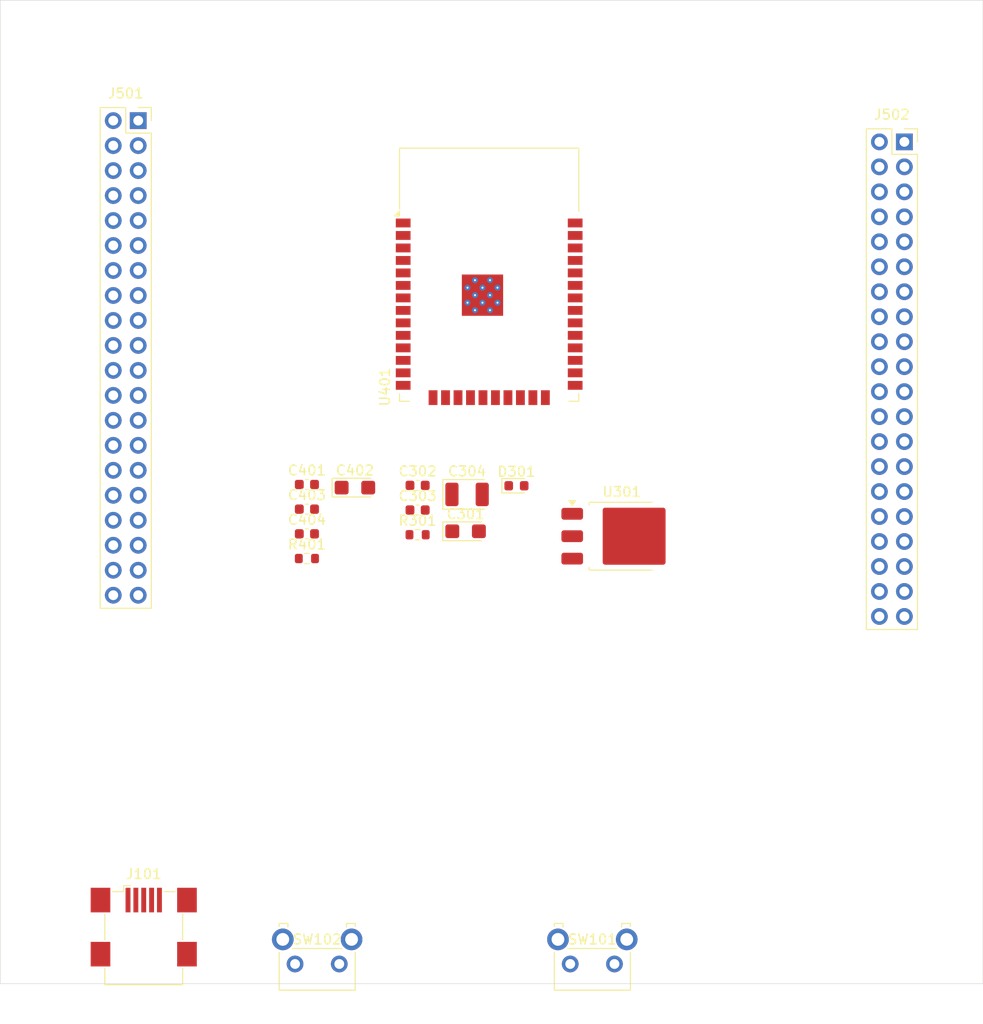
<source format=kicad_pcb>
(kicad_pcb (version 20241229) (generator "pcbnew") (generator_version "9.0")
  (layers (0 "F.Cu" signal) (2 "B.Cu" signal) (13 "F.Paste" user) (15 "B.Paste" user) (5 "F.SilkS" user "F.Silkscreen") (7 "B.SilkS" user "B.Silkscreen") (1 "F.Mask" user) (3 "B.Mask" user) (25 "Edge.Cuts" user))
  (net 0 "")
  (net 1 "GND")
  (net 2 "+5VD")
  (net 3 "+3.3V")
  (net 4 "/ESP32 Module/RESET")
  (net 5 "/ESP32 Module/BOOT")
  (net 6 "Net-(D301-K)")
  (net 49 "/CMOS_BUS/IO6")
  (net 50 "/CMOS_BUS/IO7")
  (net 51 "/CMOS_BUS/IO3")
  (net 52 "/CMOS_BUS/INT1")
  (net 53 "/CMOS_BUS/IO0")
  (net 54 "/CMOS_BUS/PWM4")
  (net 55 "/CMOS_BUS/IO4")
  (net 56 "/CMOS_BUS/PWM3")
  (net 57 "+BATT")
  (net 58 "+5VA")
  (net 59 "/CMOS_BUS/IO2")
  (net 60 "/CMOS_BUS/IO5")
  (net 61 "/CMOS_BUS/PWM1")
  (net 62 "/CMOS_BUS/IO1")
  (net 63 "+12V")
  (net 64 "/CMOS_BUS/IO8")
  (net 65 "/CMOS_BUS/INT0")
  (net 66 "/CMOS_BUS/PWM0")
  (net 67 "/CMOS_BUS/PWM2")
  (net 68 "/CMOS_BUS/SCL2")
  (net 69 "/CMOS_BUS/T2CK")
  (net 70 "/CMOS_BUS/UART-TX3")
  (net 71 "/CMOS_BUS/UART-RX3")
  (net 72 "/CMOS_BUS/SDO")
  (net 73 "/CMOS_BUS/IO9")
  (net 74 "/CMOS_BUS/SCL1")
  (net 75 "/CMOS_BUS/D6")
  (net 76 "/CMOS_BUS/CANTX")
  (net 77 "/CMOS_BUS/D4")
  (net 78 "/CMOS_BUS/RETRO")
  (net 79 "/CMOS_BUS/D7")
  (net 80 "/CMOS_BUS/T1CK")
  (net 81 "/CMOS_BUS/RST")
  (net 82 "/CMOS_BUS/SDA0")
  (net 83 "/CMOS_BUS/D2")
  (net 84 "/CMOS_BUS/RW")
  (net 85 "/CMOS_BUS/SCK")
  (net 86 "/CMOS_BUS/UART-RX0")
  (net 87 "/CMOS_BUS/E")
  (net 88 "/CMOS_BUS/UART-RX1")
  (net 89 "/CMOS_BUS/D3")
  (net 90 "/CMOS_BUS/SDA2")
  (net 91 "/CMOS_BUS/SCL0")
  (net 92 "/CMOS_BUS/CANRX")
  (net 93 "/CMOS_BUS/RS")
  (net 94 "/CMOS_BUS/SDI")
  (net 95 "/CMOS_BUS/SDA1")
  (net 96 "/CMOS_BUS/D5")
  (net 97 "/CMOS_BUS/UART-TX2")
  (net 98 "/CMOS_BUS/SCS")
  (net 99 "/CMOS_BUS/UART-TX1")
  (net 100 "/CMOS_BUS/D0")
  (net 101 "/CMOS_BUS/D1")
  (net 102 "/CMOS_BUS/UART-RX2")
  (net 103 "/CMOS_BUS/UART-TX0")
  (footprint "Capacitor_Tantalum_SMD:CP_EIA-3216-10_Kemet-I" (layer "F.Cu") (at 161.09 104.06)
    (property "Reference" "C402" (at 0 -1.75 0) (layer "F.SilkS"))
    (property "Value" "22µ/10V")
    (fp_line (start -2.32 -0.955) (end -2.32 0.955) (stroke (width 0.12)) (layer "F.SilkS"))
    (fp_line (start -2.32 0.955) (end 1.6 0.955) (stroke (width 0.12)) (layer "F.SilkS"))
    (fp_line (start 1.6 -0.955) (end -2.32 -0.955) (stroke (width 0.12)) (layer "F.SilkS"))
    (pad "1" smd roundrect (at -1.3525 0) (size 1.415 1.39) (layers "F.Cu" "F.Mask" "F.Paste") (roundrect_rratio 0.179856) (net 3 "+3.3V"))
    (pad "2" smd roundrect (at 1.3525 0) (size 1.415 1.39) (layers "F.Cu" "F.Mask" "F.Paste") (roundrect_rratio 0.179856) (net 1 "GND"))
  )
  (footprint "Capacitor_SMD:C_0603_1608Metric" (layer "F.Cu") (at 167.4675 103.83)
    (property "Reference" "C302" (at 0 -1.43 0) (layer "F.SilkS"))
    (property "Value" "100n")
    (fp_line (start -0.14058 -0.51) (end 0.14058 -0.51) (stroke (width 0.12)) (layer "F.SilkS"))
    (fp_line (start -0.14058 0.51) (end 0.14058 0.51) (stroke (width 0.12)) (layer "F.SilkS"))
    (pad "1" smd roundrect (at -0.775 0) (size 0.9 0.95) (layers "F.Cu" "F.Mask" "F.Paste") (net 2 "+5VD"))
    (pad "2" smd roundrect (at 0.775 0) (size 0.9 0.95) (layers "F.Cu" "F.Mask" "F.Paste") (net 1 "GND"))
  )
  (footprint "Resistor_SMD:R_0603_1608Metric" (layer "F.Cu") (at 156.205 111.27)
    (property "Reference" "R401" (at 0 -1.43 0) (layer "F.SilkS"))
    (property "Value" "10k")
    (fp_line (start -0.237258 -0.5225) (end 0.237258 -0.5225) (stroke (width 0.12)) (layer "F.SilkS"))
    (fp_line (start -0.237258 0.5225) (end 0.237258 0.5225) (stroke (width 0.12)) (layer "F.SilkS"))
    (pad "1" smd roundrect (at -0.825 0) (size 0.8 0.95) (layers "F.Cu" "F.Mask" "F.Paste") (net 4 "/ESP32 Module/RESET"))
    (pad "2" smd roundrect (at 0.825 0) (size 0.8 0.95) (layers "F.Cu" "F.Mask" "F.Paste") (net 3 "+3.3V"))
  )
  (footprint "RF_Module:ESP32-WROOM-32" (layer "F.Cu") (at 174.75 85.4)
    (property "Reference" "U401" (at -10.61 8.43 90) (layer "F.SilkS"))
    (property "Value" "ESP32-WROOM-32")
    (fp_line (start -9.12 -15.86) (end -9.12 -9.7) (stroke (width 0.12)) (layer "F.SilkS"))
    (fp_line (start -9.12 -15.86) (end 9.12 -15.86) (stroke (width 0.12)) (layer "F.SilkS"))
    (fp_line (start -9.12 9.1) (end -9.12 9.88) (stroke (width 0.12)) (layer "F.SilkS"))
    (fp_line (start -9.12 9.88) (end -8.12 9.88) (stroke (width 0.12)) (layer "F.SilkS"))
    (fp_line (start 9.12 -15.86) (end 9.12 -9.445) (stroke (width 0.12)) (layer "F.SilkS"))
    (fp_line (start 9.12 9.1) (end 9.12 9.88) (stroke (width 0.12)) (layer "F.SilkS"))
    (fp_line (start 9.12 9.88) (end 8.12 9.88) (stroke (width 0.12)) (layer "F.SilkS"))
    (fp_poly (pts (xy -9.125 -8.975) (xy -9.625 -8.975) (xy -9.125 -9.475) (xy -9.125 -8.975)) (stroke (width 0.12)) (fill yes) (layer "F.SilkS"))
    (pad "1" smd rect (at -8.75 -8.25) (size 1.5 0.9) (layers "F.Cu" "F.Mask" "F.Paste") (net 1 "GND"))
    (pad "2" smd rect (at -8.75 -6.98) (size 1.5 0.9) (layers "F.Cu" "F.Mask" "F.Paste") (net 3 "+3.3V"))
    (pad "3" smd rect (at -8.75 -5.71) (size 1.5 0.9) (layers "F.Cu" "F.Mask" "F.Paste") (net 4 "/ESP32 Module/RESET"))
    (pad "4" smd rect (at -8.75 -4.44) (size 1.5 0.9) (layers "F.Cu" "F.Mask" "F.Paste"))
    (pad "5" smd rect (at -8.75 -3.17) (size 1.5 0.9) (layers "F.Cu" "F.Mask" "F.Paste"))
    (pad "6" smd rect (at -8.75 -1.9) (size 1.5 0.9) (layers "F.Cu" "F.Mask" "F.Paste"))
    (pad "7" smd rect (at -8.75 -0.63) (size 1.5 0.9) (layers "F.Cu" "F.Mask" "F.Paste"))
    (pad "8" smd rect (at -8.75 0.64) (size 1.5 0.9) (layers "F.Cu" "F.Mask" "F.Paste"))
    (pad "9" smd rect (at -8.75 1.91) (size 1.5 0.9) (layers "F.Cu" "F.Mask" "F.Paste"))
    (pad "10" smd rect (at -8.75 3.18) (size 1.5 0.9) (layers "F.Cu" "F.Mask" "F.Paste"))
    (pad "11" smd rect (at -8.75 4.45) (size 1.5 0.9) (layers "F.Cu" "F.Mask" "F.Paste"))
    (pad "12" smd rect (at -8.75 5.72) (size 1.5 0.9) (layers "F.Cu" "F.Mask" "F.Paste"))
    (pad "13" smd rect (at -8.75 6.99) (size 1.5 0.9) (layers "F.Cu" "F.Mask" "F.Paste"))
    (pad "14" smd rect (at -8.75 8.26) (size 1.5 0.9) (layers "F.Cu" "F.Mask" "F.Paste"))
    (pad "15" smd rect (at -5.71 9.51 90) (size 1.5 0.9) (layers "F.Cu" "F.Mask" "F.Paste") (net 1 "GND"))
    (pad "16" smd rect (at -4.44 9.51 90) (size 1.5 0.9) (layers "F.Cu" "F.Mask" "F.Paste"))
    (pad "17" smd rect (at -3.17 9.51 90) (size 1.5 0.9) (layers "F.Cu" "F.Mask" "F.Paste"))
    (pad "18" smd rect (at -1.9 9.51 90) (size 1.5 0.9) (layers "F.Cu" "F.Mask" "F.Paste"))
    (pad "19" smd rect (at -0.63 9.51 90) (size 1.5 0.9) (layers "F.Cu" "F.Mask" "F.Paste"))
    (pad "20" smd rect (at 0.64 9.51 90) (size 1.5 0.9) (layers "F.Cu" "F.Mask" "F.Paste"))
    (pad "21" smd rect (at 1.91 9.51 90) (size 1.5 0.9) (layers "F.Cu" "F.Mask" "F.Paste"))
    (pad "22" smd rect (at 3.18 9.51 90) (size 1.5 0.9) (layers "F.Cu" "F.Mask" "F.Paste"))
    (pad "23" smd rect (at 4.45 9.51 90) (size 1.5 0.9) (layers "F.Cu" "F.Mask" "F.Paste"))
    (pad "24" smd rect (at 5.72 9.51 90) (size 1.5 0.9) (layers "F.Cu" "F.Mask" "F.Paste"))
    (pad "25" smd rect (at 8.75 8.26) (size 1.5 0.9) (layers "F.Cu" "F.Mask" "F.Paste") (net 5 "/ESP32 Module/BOOT"))
    (pad "26" smd rect (at 8.75 6.99) (size 1.5 0.9) (layers "F.Cu" "F.Mask" "F.Paste"))
    (pad "27" smd rect (at 8.75 5.72) (size 1.5 0.9) (layers "F.Cu" "F.Mask" "F.Paste"))
    (pad "28" smd rect (at 8.75 4.45) (size 1.5 0.9) (layers "F.Cu" "F.Mask" "F.Paste"))
    (pad "29" smd rect (at 8.75 3.18) (size 1.5 0.9) (layers "F.Cu" "F.Mask" "F.Paste"))
    (pad "30" smd rect (at 8.75 1.91) (size 1.5 0.9) (layers "F.Cu" "F.Mask" "F.Paste"))
    (pad "31" smd rect (at 8.75 0.64) (size 1.5 0.9) (layers "F.Cu" "F.Mask" "F.Paste"))
    (pad "32" smd rect (at 8.75 -0.63) (size 1.5 0.9) (layers "F.Cu" "F.Mask" "F.Paste"))
    (pad "33" smd rect (at 8.75 -1.9) (size 1.5 0.9) (layers "F.Cu" "F.Mask" "F.Paste"))
    (pad "34" smd rect (at 8.75 -3.17) (size 1.5 0.9) (layers "F.Cu" "F.Mask" "F.Paste"))
    (pad "35" smd rect (at 8.75 -4.44) (size 1.5 0.9) (layers "F.Cu" "F.Mask" "F.Paste"))
    (pad "36" smd rect (at 8.75 -5.71) (size 1.5 0.9) (layers "F.Cu" "F.Mask" "F.Paste"))
    (pad "37" smd rect (at 8.75 -6.98) (size 1.5 0.9) (layers "F.Cu" "F.Mask" "F.Paste"))
    (pad "38" smd rect (at 8.75 -8.25) (size 1.5 0.9) (layers "F.Cu" "F.Mask" "F.Paste") (net 1 "GND"))
    (pad "39" smd rect (at -2.205 -2.435) (size 1.05 1.05) (layers "F.Cu" "F.Paste") (net 1 "GND"))
    (pad "39" thru_hole circle (at -2.205 -1.6725) (size 0.6 0.6) (drill 0.2) (property pad_prop_heatsink) (layers "*.Cu" "F.Mask") (net 1 "GND"))
    (pad "39" smd rect (at -2.205 -0.91) (size 1.05 1.05) (layers "F.Cu" "F.Paste") (net 1 "GND"))
    (pad "39" thru_hole circle (at -2.205 -0.1475) (size 0.6 0.6) (drill 0.2) (property pad_prop_heatsink) (layers "*.Cu" "F.Mask") (net 1 "GND"))
    (pad "39" smd rect (at -2.205 0.615) (size 1.05 1.05) (layers "F.Cu" "F.Paste") (net 1 "GND"))
    (pad "39" thru_hole circle (at -1.4425 -2.435) (size 0.6 0.6) (drill 0.2) (property pad_prop_heatsink) (layers "*.Cu" "F.Mask") (net 1 "GND"))
    (pad "39" thru_hole circle (at -1.4425 -0.91) (size 0.6 0.6) (drill 0.2) (property pad_prop_heatsink) (layers "*.Cu" "F.Mask") (net 1 "GND"))
    (pad "39" thru_hole circle (at -1.4425 0.615) (size 0.6 0.6) (drill 0.2) (property pad_prop_heatsink) (layers "*.Cu" "F.Mask") (net 1 "GND"))
    (pad "39" smd rect (at -0.68 -2.435) (size 1.05 1.05) (layers "F.Cu" "F.Paste") (net 1 "GND"))
    (pad "39" thru_hole circle (at -0.68 -1.6725) (size 0.6 0.6) (drill 0.2) (property pad_prop_heatsink) (layers "*.Cu" "F.Mask") (net 1 "GND"))
    (pad "39" smd rect (at -0.68 -0.91) (size 1.05 1.05) (layers "F.Cu" "F.Paste") (net 1 "GND"))
    (pad "39" smd rect (at -0.68 -0.91) (size 4.2 4.2) (property pad_prop_heatsink) (layers "F.Cu" "F.Mask") (net 1 "GND"))
    (pad "39" thru_hole circle (at -0.68 -0.1475) (size 0.6 0.6) (drill 0.2) (property pad_prop_heatsink) (layers "*.Cu" "F.Mask") (net 1 "GND"))
    (pad "39" smd rect (at -0.68 0.615) (size 1.05 1.05) (layers "F.Cu" "F.Paste") (net 1 "GND"))
    (pad "39" thru_hole circle (at 0.0825 -2.435) (size 0.6 0.6) (drill 0.2) (property pad_prop_heatsink) (layers "*.Cu" "F.Mask") (net 1 "GND"))
    (pad "39" thru_hole circle (at 0.0825 -0.91) (size 0.6 0.6) (drill 0.2) (property pad_prop_heatsink) (layers "*.Cu" "F.Mask") (net 1 "GND"))
    (pad "39" thru_hole circle (at 0.0825 0.615) (size 0.6 0.6) (drill 0.2) (property pad_prop_heatsink) (layers "*.Cu" "F.Mask") (net 1 "GND"))
    (pad "39" smd rect (at 0.845 -2.435) (size 1.05 1.05) (layers "F.Cu" "F.Paste") (net 1 "GND"))
    (pad "39" thru_hole circle (at 0.845 -1.6725) (size 0.6 0.6) (drill 0.2) (property pad_prop_heatsink) (layers "*.Cu" "F.Mask") (net 1 "GND"))
    (pad "39" smd rect (at 0.845 -0.91) (size 1.05 1.05) (layers "F.Cu" "F.Paste") (net 1 "GND"))
    (pad "39" thru_hole circle (at 0.845 -0.1475) (size 0.6 0.6) (drill 0.2) (property pad_prop_heatsink) (layers "*.Cu" "F.Mask") (net 1 "GND"))
    (pad "39" smd rect (at 0.845 0.615) (size 1.05 1.05) (layers "F.Cu" "F.Paste") (net 1 "GND"))
  )
  (footprint "Package_TO_SOT_SMD:TO-252-3_TabPin2" (layer "F.Cu") (at 188.24 109)
    (property "Reference" "U301" (at 0 -4.5 0) (layer "F.SilkS"))
    (property "Value" "LM1117DT-2.5")
    (fp_line (start -3.31 -3.45) (end -3.31 -3.18) (stroke (width 0.12)) (layer "F.SilkS"))
    (fp_line (start -3.31 3.45) (end -3.31 3.18) (stroke (width 0.12)) (layer "F.SilkS"))
    (fp_line (start 3.11 -3.45) (end -3.31 -3.45) (stroke (width 0.12)) (layer "F.SilkS"))
    (fp_line (start 3.11 3.45) (end -3.31 3.45) (stroke (width 0.12)) (layer "F.SilkS"))
    (fp_poly (pts (xy -5.04 -3.14) (xy -5.38 -3.61) (xy -4.7 -3.61)) (stroke (width 0.12)) (fill yes) (layer "F.SilkS"))
    (pad "1" smd roundrect (at -5.04 -2.28) (size 2.2 1.2) (layers "F.Cu" "F.Mask" "F.Paste") (roundrect_rratio 0.208333) (net 1 "GND"))
    (pad "2" smd roundrect (at -5.04 0) (size 2.2 1.2) (layers "F.Cu" "F.Mask" "F.Paste") (roundrect_rratio 0.208333) (net 3 "+3.3V"))
    (pad "2" smd roundrect (at 1.26 0) (size 6.4 5.8) (layers "F.Cu" "F.Mask") (roundrect_rratio 0.043103) (net 3 "+3.3V"))
    (pad "3" smd roundrect (at -5.04 2.28) (size 2.2 1.2) (layers "F.Cu" "F.Mask" "F.Paste") (roundrect_rratio 0.208333) (net 2 "+5VD"))
  )
  (footprint "Resistor_SMD:R_0603_1608Metric" (layer "F.Cu") (at 167.4675 108.85)
    (property "Reference" "R301" (at 0 -1.43 0) (layer "F.SilkS"))
    (property "Value" "2K")
    (fp_line (start -0.237258 -0.5225) (end 0.237258 -0.5225) (stroke (width 0.12)) (layer "F.SilkS"))
    (fp_line (start -0.237258 0.5225) (end 0.237258 0.5225) (stroke (width 0.12)) (layer "F.SilkS"))
    (pad "1" smd roundrect (at -0.825 0) (size 0.8 0.95) (layers "F.Cu" "F.Mask" "F.Paste") (net 6 "Net-(D301-K)"))
    (pad "2" smd roundrect (at 0.825 0) (size 0.8 0.95) (layers "F.Cu" "F.Mask" "F.Paste") (net 1 "GND"))
  )
  (footprint "Capacitor_SMD:C_0603_1608Metric" (layer "F.Cu") (at 156.205 108.76)
    (property "Reference" "C404" (at 0 -1.43 0) (layer "F.SilkS"))
    (property "Value" "100n")
    (fp_line (start -0.14058 -0.51) (end 0.14058 -0.51) (stroke (width 0.12)) (layer "F.SilkS"))
    (fp_line (start -0.14058 0.51) (end 0.14058 0.51) (stroke (width 0.12)) (layer "F.SilkS"))
    (pad "1" smd roundrect (at -0.775 0) (size 0.9 0.95) (layers "F.Cu" "F.Mask" "F.Paste") (net 5 "/ESP32 Module/BOOT"))
    (pad "2" smd roundrect (at 0.775 0) (size 0.9 0.95) (layers "F.Cu" "F.Mask" "F.Paste") (net 1 "GND"))
  )
  (footprint "Button_Switch_THT:SW_Tactile_SKHH_Angled" (layer "F.Cu") (at 159.5 152.5 180)
    (property "Reference" "SW102" (at 2.25 2.5 0) (layer "F.SilkS"))
    (property "Value" "SW_Push_45deg")
    (fp_line (start 6.12 4.12) (end 5.23 4.12) (stroke (width 0.12)) (layer "F.SilkS"))
    (fp_line (start 6.12 3.82) (end 6.12 4.12) (stroke (width 0.12)) (layer "F.SilkS"))
    (fp_line (start 6.12 1.18) (end 6.12 -2.67) (stroke (width 0.12)) (layer "F.SilkS"))
    (fp_line (start 6.12 -2.67) (end -1.62 -2.67) (stroke (width 0.12)) (layer "F.SilkS"))
    (fp_line (start 5.23 4.12) (end 5.23 3.77) (stroke (width 0.12)) (layer "F.SilkS"))
    (fp_line (start -0.24 1.57) (end 4.74 1.57) (stroke (width 0.12)) (layer "F.SilkS"))
    (fp_line (start -0.73 4.12) (end -0.73 3.77) (stroke (width 0.12)) (layer "F.SilkS"))
    (fp_line (start -0.73 4.12) (end -1.62 4.12) (stroke (width 0.12)) (layer "F.SilkS"))
    (fp_line (start -1.62 3.82) (end -1.62 4.12) (stroke (width 0.12)) (layer "F.SilkS"))
    (fp_line (start -1.62 -2.67) (end -1.62 1.18) (stroke (width 0.12)) (layer "F.SilkS"))
    (pad "" thru_hole circle (at -1.25 2.5) (size 2.2 2.2) (drill 1.3) (layers "*.Cu" "*.Mask"))
    (pad "" thru_hole circle (at 5.75 2.5) (size 2.2 2.2) (drill 1.3) (layers "*.Cu" "*.Mask"))
    (pad "1" thru_hole circle (at 0 0) (size 1.7 1.7) (drill 1) (layers "*.Cu" "*.Mask"))
    (pad "2" thru_hole circle (at 4.5 0) (size 1.7 1.7) (drill 1) (layers "*.Cu" "*.Mask"))
  )
  (footprint "Capacitor_SMD:C_0603_1608Metric" (layer "F.Cu") (at 156.205 103.74)
    (property "Reference" "C401" (at 0 -1.43 0) (layer "F.SilkS"))
    (property "Value" "100n")
    (fp_line (start -0.14058 -0.51) (end 0.14058 -0.51) (stroke (width 0.12)) (layer "F.SilkS"))
    (fp_line (start -0.14058 0.51) (end 0.14058 0.51) (stroke (width 0.12)) (layer "F.SilkS"))
    (pad "1" smd roundrect (at -0.775 0) (size 0.9 0.95) (layers "F.Cu" "F.Mask" "F.Paste") (net 4 "/ESP32 Module/RESET"))
    (pad "2" smd roundrect (at 0.775 0) (size 0.9 0.95) (layers "F.Cu" "F.Mask" "F.Paste") (net 1 "GND"))
  )
  (footprint "Capacitor_SMD:C_0603_1608Metric" (layer "F.Cu") (at 156.205 106.25)
    (property "Reference" "C403" (at 0 -1.43 0) (layer "F.SilkS"))
    (property "Value" "100n")
    (fp_line (start -0.14058 -0.51) (end 0.14058 -0.51) (stroke (width 0.12)) (layer "F.SilkS"))
    (fp_line (start -0.14058 0.51) (end 0.14058 0.51) (stroke (width 0.12)) (layer "F.SilkS"))
    (pad "1" smd roundrect (at -0.775 0) (size 0.9 0.95) (layers "F.Cu" "F.Mask" "F.Paste") (net 3 "+3.3V"))
    (pad "2" smd roundrect (at 0.775 0) (size 0.9 0.95) (layers "F.Cu" "F.Mask" "F.Paste") (net 1 "GND"))
  )
  (footprint "Button_Switch_THT:SW_Tactile_SKHH_Angled" (layer "F.Cu") (at 187.5 152.5 180)
    (property "Reference" "SW101" (at 2.25 2.5 0) (layer "F.SilkS"))
    (property "Value" "SW_Push_45deg")
    (fp_line (start 6.12 4.12) (end 5.23 4.12) (stroke (width 0.12)) (layer "F.SilkS"))
    (fp_line (start 6.12 3.82) (end 6.12 4.12) (stroke (width 0.12)) (layer "F.SilkS"))
    (fp_line (start 6.12 1.18) (end 6.12 -2.67) (stroke (width 0.12)) (layer "F.SilkS"))
    (fp_line (start 6.12 -2.67) (end -1.62 -2.67) (stroke (width 0.12)) (layer "F.SilkS"))
    (fp_line (start 5.23 4.12) (end 5.23 3.77) (stroke (width 0.12)) (layer "F.SilkS"))
    (fp_line (start -0.24 1.57) (end 4.74 1.57) (stroke (width 0.12)) (layer "F.SilkS"))
    (fp_line (start -0.73 4.12) (end -0.73 3.77) (stroke (width 0.12)) (layer "F.SilkS"))
    (fp_line (start -0.73 4.12) (end -1.62 4.12) (stroke (width 0.12)) (layer "F.SilkS"))
    (fp_line (start -1.62 3.82) (end -1.62 4.12) (stroke (width 0.12)) (layer "F.SilkS"))
    (fp_line (start -1.62 -2.67) (end -1.62 1.18) (stroke (width 0.12)) (layer "F.SilkS"))
    (pad "" thru_hole circle (at -1.25 2.5) (size 2.2 2.2) (drill 1.3) (layers "*.Cu" "*.Mask"))
    (pad "" thru_hole circle (at 5.75 2.5) (size 2.2 2.2) (drill 1.3) (layers "*.Cu" "*.Mask"))
    (pad "1" thru_hole circle (at 0 0) (size 1.7 1.7) (drill 1) (layers "*.Cu" "*.Mask"))
    (pad "2" thru_hole circle (at 4.5 0) (size 1.7 1.7) (drill 1) (layers "*.Cu" "*.Mask"))
  )
  (footprint "LED_SMD:LED_0603_1608Metric" (layer "F.Cu") (at 177.5275 103.87)
    (property "Reference" "D301" (at 0 -1.43 0) (layer "F.SilkS"))
    (property "Value" "RED LED")
    (fp_line (start -1.485 -0.735) (end -1.485 0.735) (stroke (width 0.12)) (layer "F.SilkS"))
    (fp_line (start -1.485 0.735) (end 0.8 0.735) (stroke (width 0.12)) (layer "F.SilkS"))
    (fp_line (start 0.8 -0.735) (end -1.485 -0.735) (stroke (width 0.12)) (layer "F.SilkS"))
    (pad "1" smd roundrect (at -0.7875 0) (size 0.875 0.95) (layers "F.Cu" "F.Mask" "F.Paste") (net 6 "Net-(D301-K)"))
    (pad "2" smd roundrect (at 0.7875 0) (size 0.875 0.95) (layers "F.Cu" "F.Mask" "F.Paste") (net 2 "+5VD"))
  )
  (footprint "Connector_USB:USB_Mini-B_Wuerth_65100516121_Horizontal" (layer "F.Cu") (at 139.6 148.6)
    (property "Reference" "J101" (at 0 -5.25 0) (layer "F.SilkS"))
    (property "Value" "USB_B_Mini")
    (fp_line (start -3.96 1.45) (end -3.96 -1.15) (stroke (width 0.12)) (layer "F.SilkS"))
    (fp_line (start -3.96 4.35) (end -3.96 6.01) (stroke (width 0.12)) (layer "F.SilkS"))
    (fp_line (start -3.96 6.01) (end 3.96 6.01) (stroke (width 0.12)) (layer "F.SilkS"))
    (fp_line (start -3.2 -3.46) (end -2.05 -3.46) (stroke (width 0.12)) (layer "F.SilkS"))
    (fp_line (start -2.05 -4.05) (end -1.35 -4.05) (stroke (width 0.12)) (layer "F.SilkS"))
    (fp_line (start -2.05 -3.46) (end -2.05 -4.05) (stroke (width 0.12)) (layer "F.SilkS"))
    (fp_line (start 2.05 -3.46) (end 3.2 -3.46) (stroke (width 0.12)) (layer "F.SilkS"))
    (fp_line (start 3.96 -1.15) (end 3.96 1.45) (stroke (width 0.12)) (layer "F.SilkS"))
    (fp_line (start 3.96 6.01) (end 3.96 4.35) (stroke (width 0.12)) (layer "F.SilkS"))
    (pad "" np_thru_hole circle (at -2.2 0) (size 0.9 0.9) (drill 0.9) (layers "*.Cu" "*.Mask"))
    (pad "" np_thru_hole circle (at 2.2 0) (size 0.9 0.9) (drill 0.9) (layers "*.Cu" "*.Mask"))
    (pad "1" smd rect (at -1.6 -2.6) (size 0.5 2.5) (layers "F.Cu" "F.Mask" "F.Paste"))
    (pad "2" smd rect (at -0.8 -2.6) (size 0.5 2.5) (layers "F.Cu" "F.Mask" "F.Paste"))
    (pad "3" smd rect (at 0 -2.6) (size 0.5 2.5) (layers "F.Cu" "F.Mask" "F.Paste"))
    (pad "4" smd rect (at 0.8 -2.6) (size 0.5 2.5) (layers "F.Cu" "F.Mask" "F.Paste"))
    (pad "5" smd rect (at 1.6 -2.6) (size 0.5 2.5) (layers "F.Cu" "F.Mask" "F.Paste"))
    (pad "6" smd rect (at -4.4 -2.6) (size 2 2.5) (layers "F.Cu" "F.Mask" "F.Paste"))
    (pad "6" smd rect (at -4.4 2.9) (size 2 2.5) (layers "F.Cu" "F.Mask" "F.Paste"))
    (pad "6" smd rect (at 4.4 -2.6) (size 2 2.5) (layers "F.Cu" "F.Mask" "F.Paste"))
    (pad "6" smd rect (at 4.4 2.9) (size 2 2.5) (layers "F.Cu" "F.Mask" "F.Paste"))
  )
  (footprint "Capacitor_Tantalum_SMD:CP_EIA-3528-21_Kemet-B" (layer "F.Cu") (at 172.5025 104.75)
    (property "Reference" "C304" (at 0 -2.35 0) (layer "F.SilkS"))
    (property "Value" "22µ")
    (fp_line (start -2.47 -1.51) (end -2.47 1.51) (stroke (width 0.12)) (layer "F.SilkS"))
    (fp_line (start -2.47 1.51) (end 1.75 1.51) (stroke (width 0.12)) (layer "F.SilkS"))
    (fp_line (start 1.75 -1.51) (end -2.47 -1.51) (stroke (width 0.12)) (layer "F.SilkS"))
    (pad "1" smd roundrect (at -1.54 0) (size 1.34 2.39) (layers "F.Cu" "F.Mask" "F.Paste") (roundrect_rratio 0.186567) (net 3 "+3.3V"))
    (pad "2" smd roundrect (at 1.54 0) (size 1.34 2.39) (layers "F.Cu" "F.Mask" "F.Paste") (roundrect_rratio 0.186567) (net 1 "GND"))
  )
  (footprint "Capacitor_Tantalum_SMD:CP_EIA-3216-10_Kemet-I" (layer "F.Cu") (at 172.3525 108.5)
    (property "Reference" "C301" (at 0 -1.75 0) (layer "F.SilkS"))
    (property "Value" "22µ")
    (fp_line (start -2.32 -0.955) (end -2.32 0.955) (stroke (width 0.12)) (layer "F.SilkS"))
    (fp_line (start -2.32 0.955) (end 1.6 0.955) (stroke (width 0.12)) (layer "F.SilkS"))
    (fp_line (start 1.6 -0.955) (end -2.32 -0.955) (stroke (width 0.12)) (layer "F.SilkS"))
    (pad "1" smd roundrect (at -1.3525 0) (size 1.415 1.39) (layers "F.Cu" "F.Mask" "F.Paste") (roundrect_rratio 0.179856) (net 2 "+5VD"))
    (pad "2" smd roundrect (at 1.3525 0) (size 1.415 1.39) (layers "F.Cu" "F.Mask" "F.Paste") (roundrect_rratio 0.179856) (net 1 "GND"))
  )
  (footprint "Connector_PinSocket_2.54mm:PinSocket_2x20_P2.54mm_Vertical" (layer "F.Cu") (at 139.04 66.74)
    (property "Reference" "J501" (at -1.27 -2.77 0) (layer "F.SilkS"))
    (property "Value" "Conn_02x20_Odd_Even")
    (fp_line (start -3.87 -1.33) (end -3.87 49.59) (stroke (width 0.12)) (layer "F.SilkS"))
    (fp_line (start -3.87 -1.33) (end -1.27 -1.33) (stroke (width 0.12)) (layer "F.SilkS"))
    (fp_line (start -3.87 49.59) (end 1.33 49.59) (stroke (width 0.12)) (layer "F.SilkS"))
    (fp_line (start -1.27 -1.33) (end -1.27 1.27) (stroke (width 0.12)) (layer "F.SilkS"))
    (fp_line (start -1.27 1.27) (end 1.33 1.27) (stroke (width 0.12)) (layer "F.SilkS"))
    (fp_line (start 0 -1.33) (end 1.33 -1.33) (stroke (width 0.12)) (layer "F.SilkS"))
    (fp_line (start 1.33 -1.33) (end 1.33 0) (stroke (width 0.12)) (layer "F.SilkS"))
    (fp_line (start 1.33 1.27) (end 1.33 49.59) (stroke (width 0.12)) (layer "F.SilkS"))
    (pad "1" thru_hole rect (at 0 0) (size 1.7 1.7) (drill 1) (layers "*.Cu" "*.Mask") (net 1 "GND"))
    (pad "2" thru_hole circle (at -2.54 0) (size 1.7 1.7) (drill 1) (layers "*.Cu" "*.Mask") (net 1 "GND"))
    (pad "3" thru_hole circle (at 0 2.54) (size 1.7 1.7) (drill 1) (layers "*.Cu" "*.Mask") (net 57 "+BATT"))
    (pad "4" thru_hole circle (at -2.54 2.54) (size 1.7 1.7) (drill 1) (layers "*.Cu" "*.Mask") (net 57 "+BATT"))
    (pad "5" thru_hole circle (at 0 5.08) (size 1.7 1.7) (drill 1) (layers "*.Cu" "*.Mask") (net 1 "GND"))
    (pad "6" thru_hole circle (at -2.54 5.08) (size 1.7 1.7) (drill 1) (layers "*.Cu" "*.Mask") (net 1 "GND"))
    (pad "7" thru_hole circle (at 0 7.62) (size 1.7 1.7) (drill 1) (layers "*.Cu" "*.Mask") (net 63 "+12V"))
    (pad "8" thru_hole circle (at -2.54 7.62) (size 1.7 1.7) (drill 1) (layers "*.Cu" "*.Mask") (net 63 "+12V"))
    (pad "9" thru_hole circle (at 0 10.16) (size 1.7 1.7) (drill 1) (layers "*.Cu" "*.Mask") (net 1 "GND"))
    (pad "10" thru_hole circle (at -2.54 10.16) (size 1.7 1.7) (drill 1) (layers "*.Cu" "*.Mask") (net 1 "GND"))
    (pad "11" thru_hole circle (at 0 12.7) (size 1.7 1.7) (drill 1) (layers "*.Cu" "*.Mask") (net 58 "+5VA"))
    (pad "12" thru_hole circle (at -2.54 12.7) (size 1.7 1.7) (drill 1) (layers "*.Cu" "*.Mask") (net 58 "+5VA"))
    (pad "13" thru_hole circle (at 0 15.24) (size 1.7 1.7) (drill 1) (layers "*.Cu" "*.Mask") (net 1 "GND"))
    (pad "14" thru_hole circle (at -2.54 15.24) (size 1.7 1.7) (drill 1) (layers "*.Cu" "*.Mask") (net 1 "GND"))
    (pad "15" thru_hole circle (at 0 17.78) (size 1.7 1.7) (drill 1) (layers "*.Cu" "*.Mask") (net 2 "+5VD"))
    (pad "16" thru_hole circle (at -2.54 17.78) (size 1.7 1.7) (drill 1) (layers "*.Cu" "*.Mask") (net 2 "+5VD"))
    (pad "17" thru_hole circle (at 0 20.32) (size 1.7 1.7) (drill 1) (layers "*.Cu" "*.Mask") (net 1 "GND"))
    (pad "18" thru_hole circle (at -2.54 20.32) (size 1.7 1.7) (drill 1) (layers "*.Cu" "*.Mask") (net 1 "GND"))
    (pad "19" thru_hole circle (at 0 22.86) (size 1.7 1.7) (drill 1) (layers "*.Cu" "*.Mask") (net 3 "+3.3V"))
    (pad "20" thru_hole circle (at -2.54 22.86) (size 1.7 1.7) (drill 1) (layers "*.Cu" "*.Mask") (net 3 "+3.3V"))
    (pad "21" thru_hole circle (at 0 25.4) (size 1.7 1.7) (drill 1) (layers "*.Cu" "*.Mask") (net 1 "GND"))
    (pad "22" thru_hole circle (at -2.54 25.4) (size 1.7 1.7) (drill 1) (layers "*.Cu" "*.Mask") (net 1 "GND"))
    (pad "23" thru_hole circle (at 0 27.94) (size 1.7 1.7) (drill 1) (layers "*.Cu" "*.Mask") (net 66 "/CMOS_BUS/PWM0"))
    (pad "24" thru_hole circle (at -2.54 27.94) (size 1.7 1.7) (drill 1) (layers "*.Cu" "*.Mask") (net 61 "/CMOS_BUS/PWM1"))
    (pad "25" thru_hole circle (at 0 30.48) (size 1.7 1.7) (drill 1) (layers "*.Cu" "*.Mask") (net 67 "/CMOS_BUS/PWM2"))
    (pad "26" thru_hole circle (at -2.54 30.48) (size 1.7 1.7) (drill 1) (layers "*.Cu" "*.Mask") (net 56 "/CMOS_BUS/PWM3"))
    (pad "27" thru_hole circle (at 0 33.02) (size 1.7 1.7) (drill 1) (layers "*.Cu" "*.Mask") (net 54 "/CMOS_BUS/PWM4"))
    (pad "28" thru_hole circle (at -2.54 33.02) (size 1.7 1.7) (drill 1) (layers "*.Cu" "*.Mask") (net 65 "/CMOS_BUS/INT0"))
    (pad "29" thru_hole circle (at 0 35.56) (size 1.7 1.7) (drill 1) (layers "*.Cu" "*.Mask") (net 52 "/CMOS_BUS/INT1"))
    (pad "30" thru_hole circle (at -2.54 35.56) (size 1.7 1.7) (drill 1) (layers "*.Cu" "*.Mask") (net 64 "/CMOS_BUS/IO8"))
    (pad "31" thru_hole circle (at 0 38.1) (size 1.7 1.7) (drill 1) (layers "*.Cu" "*.Mask") (net 53 "/CMOS_BUS/IO0"))
    (pad "32" thru_hole circle (at -2.54 38.1) (size 1.7 1.7) (drill 1) (layers "*.Cu" "*.Mask") (net 62 "/CMOS_BUS/IO1"))
    (pad "33" thru_hole circle (at 0 40.64) (size 1.7 1.7) (drill 1) (layers "*.Cu" "*.Mask") (net 59 "/CMOS_BUS/IO2"))
    (pad "34" thru_hole circle (at -2.54 40.64) (size 1.7 1.7) (drill 1) (layers "*.Cu" "*.Mask") (net 51 "/CMOS_BUS/IO3"))
    (pad "35" thru_hole circle (at 0 43.18) (size 1.7 1.7) (drill 1) (layers "*.Cu" "*.Mask") (net 55 "/CMOS_BUS/IO4"))
    (pad "36" thru_hole circle (at -2.54 43.18) (size 1.7 1.7) (drill 1) (layers "*.Cu" "*.Mask") (net 60 "/CMOS_BUS/IO5"))
    (pad "37" thru_hole circle (at 0 45.72) (size 1.7 1.7) (drill 1) (layers "*.Cu" "*.Mask") (net 49 "/CMOS_BUS/IO6"))
    (pad "38" thru_hole circle (at -2.54 45.72) (size 1.7 1.7) (drill 1) (layers "*.Cu" "*.Mask") (net 50 "/CMOS_BUS/IO7"))
    (pad "39" thru_hole circle (at 0 48.26) (size 1.7 1.7) (drill 1) (layers "*.Cu" "*.Mask") (net 1 "GND"))
    (pad "40" thru_hole circle (at -2.54 48.26) (size 1.7 1.7) (drill 1) (layers "*.Cu" "*.Mask") (net 1 "GND"))
  )
  (footprint "Connector_PinSocket_2.54mm:PinSocket_2x20_P2.54mm_Vertical" (layer "F.Cu") (at 217 68.9)
    (property "Reference" "J502" (at -1.27 -2.77 0) (layer "F.SilkS"))
    (property "Value" "Conn_02x20_Odd_Even")
    (fp_line (start -3.87 -1.33) (end -3.87 49.59) (stroke (width 0.12)) (layer "F.SilkS"))
    (fp_line (start -3.87 -1.33) (end -1.27 -1.33) (stroke (width 0.12)) (layer "F.SilkS"))
    (fp_line (start -3.87 49.59) (end 1.33 49.59) (stroke (width 0.12)) (layer "F.SilkS"))
    (fp_line (start -1.27 -1.33) (end -1.27 1.27) (stroke (width 0.12)) (layer "F.SilkS"))
    (fp_line (start -1.27 1.27) (end 1.33 1.27) (stroke (width 0.12)) (layer "F.SilkS"))
    (fp_line (start 0 -1.33) (end 1.33 -1.33) (stroke (width 0.12)) (layer "F.SilkS"))
    (fp_line (start 1.33 -1.33) (end 1.33 0) (stroke (width 0.12)) (layer "F.SilkS"))
    (fp_line (start 1.33 1.27) (end 1.33 49.59) (stroke (width 0.12)) (layer "F.SilkS"))
    (pad "1" thru_hole rect (at 0 0) (size 1.7 1.7) (drill 1) (layers "*.Cu" "*.Mask") (net 1 "GND"))
    (pad "2" thru_hole circle (at -2.54 0) (size 1.7 1.7) (drill 1) (layers "*.Cu" "*.Mask") (net 1 "GND"))
    (pad "3" thru_hole circle (at 0 2.54) (size 1.7 1.7) (drill 1) (layers "*.Cu" "*.Mask") (net 80 "/CMOS_BUS/T1CK"))
    (pad "4" thru_hole circle (at -2.54 2.54) (size 1.7 1.7) (drill 1) (layers "*.Cu" "*.Mask") (net 69 "/CMOS_BUS/T2CK"))
    (pad "5" thru_hole circle (at 0 5.08) (size 1.7 1.7) (drill 1) (layers "*.Cu" "*.Mask") (net 92 "/CMOS_BUS/CANRX"))
    (pad "6" thru_hole circle (at -2.54 5.08) (size 1.7 1.7) (drill 1) (layers "*.Cu" "*.Mask") (net 76 "/CMOS_BUS/CANTX"))
    (pad "7" thru_hole circle (at 0 7.62) (size 1.7 1.7) (drill 1) (layers "*.Cu" "*.Mask") (net 85 "/CMOS_BUS/SCK"))
    (pad "8" thru_hole circle (at -2.54 7.62) (size 1.7 1.7) (drill 1) (layers "*.Cu" "*.Mask") (net 94 "/CMOS_BUS/SDI"))
    (pad "9" thru_hole circle (at 0 10.16) (size 1.7 1.7) (drill 1) (layers "*.Cu" "*.Mask") (net 98 "/CMOS_BUS/SCS"))
    (pad "10" thru_hole circle (at -2.54 10.16) (size 1.7 1.7) (drill 1) (layers "*.Cu" "*.Mask") (net 72 "/CMOS_BUS/SDO"))
    (pad "11" thru_hole circle (at 0 12.7) (size 1.7 1.7) (drill 1) (layers "*.Cu" "*.Mask") (net 78 "/CMOS_BUS/RETRO"))
    (pad "12" thru_hole circle (at -2.54 12.7) (size 1.7 1.7) (drill 1) (layers "*.Cu" "*.Mask") (net 100 "/CMOS_BUS/D0"))
    (pad "13" thru_hole circle (at 0 15.24) (size 1.7 1.7) (drill 1) (layers "*.Cu" "*.Mask") (net 101 "/CMOS_BUS/D1"))
    (pad "14" thru_hole circle (at -2.54 15.24) (size 1.7 1.7) (drill 1) (layers "*.Cu" "*.Mask") (net 83 "/CMOS_BUS/D2"))
    (pad "15" thru_hole circle (at 0 17.78) (size 1.7 1.7) (drill 1) (layers "*.Cu" "*.Mask") (net 89 "/CMOS_BUS/D3"))
    (pad "16" thru_hole circle (at -2.54 17.78) (size 1.7 1.7) (drill 1) (layers "*.Cu" "*.Mask") (net 77 "/CMOS_BUS/D4"))
    (pad "17" thru_hole circle (at 0 20.32) (size 1.7 1.7) (drill 1) (layers "*.Cu" "*.Mask") (net 96 "/CMOS_BUS/D5"))
    (pad "18" thru_hole circle (at -2.54 20.32) (size 1.7 1.7) (drill 1) (layers "*.Cu" "*.Mask") (net 75 "/CMOS_BUS/D6"))
    (pad "19" thru_hole circle (at 0 22.86) (size 1.7 1.7) (drill 1) (layers "*.Cu" "*.Mask") (net 79 "/CMOS_BUS/D7"))
    (pad "20" thru_hole circle (at -2.54 22.86) (size 1.7 1.7) (drill 1) (layers "*.Cu" "*.Mask") (net 87 "/CMOS_BUS/E"))
    (pad "21" thru_hole circle (at 0 25.4) (size 1.7 1.7) (drill 1) (layers "*.Cu" "*.Mask") (net 93 "/CMOS_BUS/RS"))
    (pad "22" thru_hole circle (at -2.54 25.4) (size 1.7 1.7) (drill 1) (layers "*.Cu" "*.Mask") (net 84 "/CMOS_BUS/RW"))
    (pad "23" thru_hole circle (at 0 27.94) (size 1.7 1.7) (drill 1) (layers "*.Cu" "*.Mask") (net 86 "/CMOS_BUS/UART-RX0"))
    (pad "24" thru_hole circle (at -2.54 27.94) (size 1.7 1.7) (drill 1) (layers "*.Cu" "*.Mask") (net 103 "/CMOS_BUS/UART-TX0"))
    (pad "25" thru_hole circle (at 0 30.48) (size 1.7 1.7) (drill 1) (layers "*.Cu" "*.Mask") (net 88 "/CMOS_BUS/UART-RX1"))
    (pad "26" thru_hole circle (at -2.54 30.48) (size 1.7 1.7) (drill 1) (layers "*.Cu" "*.Mask") (net 99 "/CMOS_BUS/UART-TX1"))
    (pad "27" thru_hole circle (at 0 33.02) (size 1.7 1.7) (drill 1) (layers "*.Cu" "*.Mask") (net 102 "/CMOS_BUS/UART-RX2"))
    (pad "28" thru_hole circle (at -2.54 33.02) (size 1.7 1.7) (drill 1) (layers "*.Cu" "*.Mask") (net 97 "/CMOS_BUS/UART-TX2"))
    (pad "29" thru_hole circle (at 0 35.56) (size 1.7 1.7) (drill 1) (layers "*.Cu" "*.Mask") (net 71 "/CMOS_BUS/UART-RX3"))
    (pad "30" thru_hole circle (at -2.54 35.56) (size 1.7 1.7) (drill 1) (layers "*.Cu" "*.Mask") (net 70 "/CMOS_BUS/UART-TX3"))
    (pad "31" thru_hole circle (at 0 38.1) (size 1.7 1.7) (drill 1) (layers "*.Cu" "*.Mask") (net 82 "/CMOS_BUS/SDA0"))
    (pad "32" thru_hole circle (at -2.54 38.1) (size 1.7 1.7) (drill 1) (layers "*.Cu" "*.Mask") (net 91 "/CMOS_BUS/SCL0"))
    (pad "33" thru_hole circle (at 0 40.64) (size 1.7 1.7) (drill 1) (layers "*.Cu" "*.Mask") (net 95 "/CMOS_BUS/SDA1"))
    (pad "34" thru_hole circle (at -2.54 40.64) (size 1.7 1.7) (drill 1) (layers "*.Cu" "*.Mask") (net 74 "/CMOS_BUS/SCL1"))
    (pad "35" thru_hole circle (at 0 43.18) (size 1.7 1.7) (drill 1) (layers "*.Cu" "*.Mask") (net 90 "/CMOS_BUS/SDA2"))
    (pad "36" thru_hole circle (at -2.54 43.18) (size 1.7 1.7) (drill 1) (layers "*.Cu" "*.Mask") (net 68 "/CMOS_BUS/SCL2"))
    (pad "37" thru_hole circle (at 0 45.72) (size 1.7 1.7) (drill 1) (layers "*.Cu" "*.Mask") (net 81 "/CMOS_BUS/RST"))
    (pad "38" thru_hole circle (at -2.54 45.72) (size 1.7 1.7) (drill 1) (layers "*.Cu" "*.Mask") (net 73 "/CMOS_BUS/IO9"))
    (pad "39" thru_hole circle (at 0 48.26) (size 1.7 1.7) (drill 1) (layers "*.Cu" "*.Mask") (net 1 "GND"))
    (pad "40" thru_hole circle (at -2.54 48.26) (size 1.7 1.7) (drill 1) (layers "*.Cu" "*.Mask") (net 1 "GND"))
  )
  (footprint "Capacitor_SMD:C_0603_1608Metric" (layer "F.Cu") (at 167.4675 106.34)
    (property "Reference" "C303" (at 0 -1.43 0) (layer "F.SilkS"))
    (property "Value" "100n")
    (fp_line (start -0.14058 -0.51) (end 0.14058 -0.51) (stroke (width 0.12)) (layer "F.SilkS"))
    (fp_line (start -0.14058 0.51) (end 0.14058 0.51) (stroke (width 0.12)) (layer "F.SilkS"))
    (pad "1" smd roundrect (at -0.775 0) (size 0.9 0.95) (layers "F.Cu" "F.Mask" "F.Paste") (net 3 "+3.3V"))
    (pad "2" smd roundrect (at 0.775 0) (size 0.9 0.95) (layers "F.Cu" "F.Mask" "F.Paste") (net 1 "GND"))
  )
  (gr_line (start 125 54.5) (end 225 54.5) (stroke (width 0.05)) (layer "Edge.Cuts"))
  (gr_line (start 225 54.5) (end 225 154.5) (stroke (width 0.05)) (layer "Edge.Cuts"))
  (gr_line (start 125 154.5) (end 125 54.5) (stroke (width 0.05)) (layer "Edge.Cuts"))
  (gr_line (start 225 154.5) (end 125 154.5) (stroke (width 0.05)) (layer "Edge.Cuts"))
)
</source>
